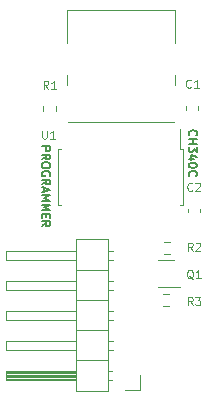
<source format=gbr>
%TF.GenerationSoftware,KiCad,Pcbnew,(6.0.1-0)*%
%TF.CreationDate,2022-02-08T22:41:07+01:00*%
%TF.ProjectId,muVox_programmer,6d75566f-785f-4707-926f-6772616d6d65,rev?*%
%TF.SameCoordinates,Original*%
%TF.FileFunction,Legend,Top*%
%TF.FilePolarity,Positive*%
%FSLAX46Y46*%
G04 Gerber Fmt 4.6, Leading zero omitted, Abs format (unit mm)*
G04 Created by KiCad (PCBNEW (6.0.1-0)) date 2022-02-08 22:41:07*
%MOMM*%
%LPD*%
G01*
G04 APERTURE LIST*
%ADD10C,0.150000*%
%ADD11C,0.175000*%
%ADD12C,0.100000*%
%ADD13C,0.120000*%
G04 APERTURE END LIST*
D10*
X143514000Y-58444000D02*
X143480666Y-58410666D01*
X143447333Y-58310666D01*
X143447333Y-58244000D01*
X143480666Y-58144000D01*
X143547333Y-58077333D01*
X143614000Y-58044000D01*
X143747333Y-58010666D01*
X143847333Y-58010666D01*
X143980666Y-58044000D01*
X144047333Y-58077333D01*
X144114000Y-58144000D01*
X144147333Y-58244000D01*
X144147333Y-58310666D01*
X144114000Y-58410666D01*
X144080666Y-58444000D01*
X143447333Y-58744000D02*
X144147333Y-58744000D01*
X143814000Y-58744000D02*
X143814000Y-59144000D01*
X143447333Y-59144000D02*
X144147333Y-59144000D01*
X144147333Y-59410666D02*
X144147333Y-59844000D01*
X143880666Y-59610666D01*
X143880666Y-59710666D01*
X143847333Y-59777333D01*
X143814000Y-59810666D01*
X143747333Y-59844000D01*
X143580666Y-59844000D01*
X143514000Y-59810666D01*
X143480666Y-59777333D01*
X143447333Y-59710666D01*
X143447333Y-59510666D01*
X143480666Y-59444000D01*
X143514000Y-59410666D01*
X143914000Y-60444000D02*
X143447333Y-60444000D01*
X144180666Y-60277333D02*
X143680666Y-60110666D01*
X143680666Y-60544000D01*
X144147333Y-60944000D02*
X144147333Y-61010666D01*
X144114000Y-61077333D01*
X144080666Y-61110666D01*
X144014000Y-61144000D01*
X143880666Y-61177333D01*
X143714000Y-61177333D01*
X143580666Y-61144000D01*
X143514000Y-61110666D01*
X143480666Y-61077333D01*
X143447333Y-61010666D01*
X143447333Y-60944000D01*
X143480666Y-60877333D01*
X143514000Y-60844000D01*
X143580666Y-60810666D01*
X143714000Y-60777333D01*
X143880666Y-60777333D01*
X144014000Y-60810666D01*
X144080666Y-60844000D01*
X144114000Y-60877333D01*
X144147333Y-60944000D01*
X143514000Y-61877333D02*
X143480666Y-61844000D01*
X143447333Y-61744000D01*
X143447333Y-61677333D01*
X143480666Y-61577333D01*
X143547333Y-61510666D01*
X143614000Y-61477333D01*
X143747333Y-61444000D01*
X143847333Y-61444000D01*
X143980666Y-61477333D01*
X144047333Y-61510666D01*
X144114000Y-61577333D01*
X144147333Y-61677333D01*
X144147333Y-61744000D01*
X144114000Y-61844000D01*
X144080666Y-61877333D01*
D11*
X131001333Y-59371333D02*
X131701333Y-59371333D01*
X131701333Y-59638000D01*
X131668000Y-59704666D01*
X131634666Y-59738000D01*
X131568000Y-59771333D01*
X131468000Y-59771333D01*
X131401333Y-59738000D01*
X131368000Y-59704666D01*
X131334666Y-59638000D01*
X131334666Y-59371333D01*
X131001333Y-60471333D02*
X131334666Y-60238000D01*
X131001333Y-60071333D02*
X131701333Y-60071333D01*
X131701333Y-60338000D01*
X131668000Y-60404666D01*
X131634666Y-60438000D01*
X131568000Y-60471333D01*
X131468000Y-60471333D01*
X131401333Y-60438000D01*
X131368000Y-60404666D01*
X131334666Y-60338000D01*
X131334666Y-60071333D01*
X131701333Y-60904666D02*
X131701333Y-61038000D01*
X131668000Y-61104666D01*
X131601333Y-61171333D01*
X131468000Y-61204666D01*
X131234666Y-61204666D01*
X131101333Y-61171333D01*
X131034666Y-61104666D01*
X131001333Y-61038000D01*
X131001333Y-60904666D01*
X131034666Y-60838000D01*
X131101333Y-60771333D01*
X131234666Y-60738000D01*
X131468000Y-60738000D01*
X131601333Y-60771333D01*
X131668000Y-60838000D01*
X131701333Y-60904666D01*
X131668000Y-61871333D02*
X131701333Y-61804666D01*
X131701333Y-61704666D01*
X131668000Y-61604666D01*
X131601333Y-61538000D01*
X131534666Y-61504666D01*
X131401333Y-61471333D01*
X131301333Y-61471333D01*
X131168000Y-61504666D01*
X131101333Y-61538000D01*
X131034666Y-61604666D01*
X131001333Y-61704666D01*
X131001333Y-61771333D01*
X131034666Y-61871333D01*
X131068000Y-61904666D01*
X131301333Y-61904666D01*
X131301333Y-61771333D01*
X131001333Y-62604666D02*
X131334666Y-62371333D01*
X131001333Y-62204666D02*
X131701333Y-62204666D01*
X131701333Y-62471333D01*
X131668000Y-62538000D01*
X131634666Y-62571333D01*
X131568000Y-62604666D01*
X131468000Y-62604666D01*
X131401333Y-62571333D01*
X131368000Y-62538000D01*
X131334666Y-62471333D01*
X131334666Y-62204666D01*
X131201333Y-62871333D02*
X131201333Y-63204666D01*
X131001333Y-62804666D02*
X131701333Y-63038000D01*
X131001333Y-63271333D01*
X131001333Y-63504666D02*
X131701333Y-63504666D01*
X131201333Y-63738000D01*
X131701333Y-63971333D01*
X131001333Y-63971333D01*
X131001333Y-64304666D02*
X131701333Y-64304666D01*
X131201333Y-64538000D01*
X131701333Y-64771333D01*
X131001333Y-64771333D01*
X131368000Y-65104666D02*
X131368000Y-65338000D01*
X131001333Y-65438000D02*
X131001333Y-65104666D01*
X131701333Y-65104666D01*
X131701333Y-65438000D01*
X131001333Y-66138000D02*
X131334666Y-65904666D01*
X131001333Y-65738000D02*
X131701333Y-65738000D01*
X131701333Y-66004666D01*
X131668000Y-66071333D01*
X131634666Y-66104666D01*
X131568000Y-66138000D01*
X131468000Y-66138000D01*
X131401333Y-66104666D01*
X131368000Y-66071333D01*
X131334666Y-66004666D01*
X131334666Y-65738000D01*
D12*
%TO.C,U1*%
X131038666Y-58036666D02*
X131038666Y-58603333D01*
X131072000Y-58670000D01*
X131105333Y-58703333D01*
X131172000Y-58736666D01*
X131305333Y-58736666D01*
X131372000Y-58703333D01*
X131405333Y-58670000D01*
X131438666Y-58603333D01*
X131438666Y-58036666D01*
X132138666Y-58736666D02*
X131738666Y-58736666D01*
X131938666Y-58736666D02*
X131938666Y-58036666D01*
X131872000Y-58136666D01*
X131805333Y-58203333D01*
X131738666Y-58236666D01*
%TO.C,Q1*%
X143824333Y-70614333D02*
X143757666Y-70581000D01*
X143691000Y-70514333D01*
X143591000Y-70414333D01*
X143524333Y-70381000D01*
X143457666Y-70381000D01*
X143491000Y-70547666D02*
X143424333Y-70514333D01*
X143357666Y-70447666D01*
X143324333Y-70314333D01*
X143324333Y-70081000D01*
X143357666Y-69947666D01*
X143424333Y-69881000D01*
X143491000Y-69847666D01*
X143624333Y-69847666D01*
X143691000Y-69881000D01*
X143757666Y-69947666D01*
X143791000Y-70081000D01*
X143791000Y-70314333D01*
X143757666Y-70447666D01*
X143691000Y-70514333D01*
X143624333Y-70547666D01*
X143491000Y-70547666D01*
X144457666Y-70547666D02*
X144057666Y-70547666D01*
X144257666Y-70547666D02*
X144257666Y-69847666D01*
X144191000Y-69947666D01*
X144124333Y-70014333D01*
X144057666Y-70047666D01*
%TO.C,C2*%
X143748933Y-63089600D02*
X143715600Y-63122933D01*
X143615600Y-63156266D01*
X143548933Y-63156266D01*
X143448933Y-63122933D01*
X143382266Y-63056266D01*
X143348933Y-62989600D01*
X143315600Y-62856266D01*
X143315600Y-62756266D01*
X143348933Y-62622933D01*
X143382266Y-62556266D01*
X143448933Y-62489600D01*
X143548933Y-62456266D01*
X143615600Y-62456266D01*
X143715600Y-62489600D01*
X143748933Y-62522933D01*
X144015600Y-62522933D02*
X144048933Y-62489600D01*
X144115600Y-62456266D01*
X144282266Y-62456266D01*
X144348933Y-62489600D01*
X144382266Y-62522933D01*
X144415600Y-62589600D01*
X144415600Y-62656266D01*
X144382266Y-62756266D01*
X143982266Y-63156266D01*
X144415600Y-63156266D01*
%TO.C,R1*%
X131556933Y-54520266D02*
X131323600Y-54186933D01*
X131156933Y-54520266D02*
X131156933Y-53820266D01*
X131423600Y-53820266D01*
X131490266Y-53853600D01*
X131523600Y-53886933D01*
X131556933Y-53953600D01*
X131556933Y-54053600D01*
X131523600Y-54120266D01*
X131490266Y-54153600D01*
X131423600Y-54186933D01*
X131156933Y-54186933D01*
X132223600Y-54520266D02*
X131823600Y-54520266D01*
X132023600Y-54520266D02*
X132023600Y-53820266D01*
X131956933Y-53920266D01*
X131890266Y-53986933D01*
X131823600Y-54020266D01*
%TO.C,C1*%
X143647333Y-54352000D02*
X143614000Y-54385333D01*
X143514000Y-54418666D01*
X143447333Y-54418666D01*
X143347333Y-54385333D01*
X143280666Y-54318666D01*
X143247333Y-54252000D01*
X143214000Y-54118666D01*
X143214000Y-54018666D01*
X143247333Y-53885333D01*
X143280666Y-53818666D01*
X143347333Y-53752000D01*
X143447333Y-53718666D01*
X143514000Y-53718666D01*
X143614000Y-53752000D01*
X143647333Y-53785333D01*
X144314000Y-54418666D02*
X143914000Y-54418666D01*
X144114000Y-54418666D02*
X144114000Y-53718666D01*
X144047333Y-53818666D01*
X143980666Y-53885333D01*
X143914000Y-53918666D01*
%TO.C,R2*%
X143774333Y-68236266D02*
X143541000Y-67902933D01*
X143374333Y-68236266D02*
X143374333Y-67536266D01*
X143641000Y-67536266D01*
X143707666Y-67569600D01*
X143741000Y-67602933D01*
X143774333Y-67669600D01*
X143774333Y-67769600D01*
X143741000Y-67836266D01*
X143707666Y-67869600D01*
X143641000Y-67902933D01*
X143374333Y-67902933D01*
X144041000Y-67602933D02*
X144074333Y-67569600D01*
X144141000Y-67536266D01*
X144307666Y-67536266D01*
X144374333Y-67569600D01*
X144407666Y-67602933D01*
X144441000Y-67669600D01*
X144441000Y-67736266D01*
X144407666Y-67836266D01*
X144007666Y-68236266D01*
X144441000Y-68236266D01*
%TO.C,R3*%
X143774333Y-72833666D02*
X143541000Y-72500333D01*
X143374333Y-72833666D02*
X143374333Y-72133666D01*
X143641000Y-72133666D01*
X143707666Y-72167000D01*
X143741000Y-72200333D01*
X143774333Y-72267000D01*
X143774333Y-72367000D01*
X143741000Y-72433666D01*
X143707666Y-72467000D01*
X143641000Y-72500333D01*
X143374333Y-72500333D01*
X144007666Y-72133666D02*
X144441000Y-72133666D01*
X144207666Y-72400333D01*
X144307666Y-72400333D01*
X144374333Y-72433666D01*
X144407666Y-72467000D01*
X144441000Y-72533666D01*
X144441000Y-72700333D01*
X144407666Y-72767000D01*
X144374333Y-72800333D01*
X144307666Y-72833666D01*
X144107666Y-72833666D01*
X144041000Y-72800333D01*
X144007666Y-72767000D01*
D13*
%TO.C,U1*%
X132408000Y-64361000D02*
X132663000Y-64361000D01*
X142673000Y-59591000D02*
X142673000Y-57926000D01*
X132408000Y-61976000D02*
X132408000Y-64361000D01*
X132408000Y-61976000D02*
X132408000Y-59591000D01*
X132408000Y-59591000D02*
X132663000Y-59591000D01*
X142928000Y-59591000D02*
X142673000Y-59591000D01*
X142928000Y-64361000D02*
X142673000Y-64361000D01*
X142928000Y-61976000D02*
X142928000Y-64361000D01*
X142928000Y-61976000D02*
X142928000Y-59591000D01*
%TO.C,J1*%
X142177000Y-57283000D02*
X133227000Y-57283000D01*
X142297000Y-50603000D02*
X142297000Y-47873000D01*
X142297000Y-54203000D02*
X142297000Y-53303000D01*
X133107000Y-54203000D02*
X133107000Y-53303000D01*
X142297000Y-47873000D02*
X133107000Y-47873000D01*
X133107000Y-50603000D02*
X133107000Y-47873000D01*
%TO.C,Q1*%
X140842000Y-71314800D02*
X142742000Y-71314800D01*
X142242000Y-68994800D02*
X140842000Y-68994800D01*
%TO.C,J2*%
X133949000Y-78460000D02*
X127949000Y-78460000D01*
X127949000Y-68960000D02*
X127949000Y-68200000D01*
X127949000Y-70740000D02*
X133949000Y-70740000D01*
X133949000Y-78580000D02*
X127949000Y-78580000D01*
X133949000Y-80070000D02*
X136609000Y-80070000D01*
X133949000Y-74040000D02*
X127949000Y-74040000D01*
X137006071Y-76580000D02*
X136609000Y-76580000D01*
X133949000Y-67250000D02*
X133949000Y-80070000D01*
X127949000Y-71500000D02*
X127949000Y-70740000D01*
X136609000Y-80070000D02*
X136609000Y-67250000D01*
X137006071Y-71500000D02*
X136609000Y-71500000D01*
X133949000Y-78820000D02*
X127949000Y-78820000D01*
X137006071Y-74040000D02*
X136609000Y-74040000D01*
X133949000Y-79120000D02*
X127949000Y-79120000D01*
X139319000Y-78740000D02*
X139319000Y-80010000D01*
X137006071Y-73280000D02*
X136609000Y-73280000D01*
X137006071Y-70740000D02*
X136609000Y-70740000D01*
X136609000Y-74930000D02*
X133949000Y-74930000D01*
X127949000Y-73280000D02*
X133949000Y-73280000D01*
X127949000Y-79120000D02*
X127949000Y-78360000D01*
X133949000Y-71500000D02*
X127949000Y-71500000D01*
X137006071Y-68200000D02*
X136609000Y-68200000D01*
X137006071Y-75820000D02*
X136609000Y-75820000D01*
X136609000Y-69850000D02*
X133949000Y-69850000D01*
X127949000Y-75820000D02*
X133949000Y-75820000D01*
X137006071Y-68960000D02*
X136609000Y-68960000D01*
X136609000Y-67250000D02*
X133949000Y-67250000D01*
X136939000Y-78360000D02*
X136609000Y-78360000D01*
X136609000Y-77470000D02*
X133949000Y-77470000D01*
X133949000Y-78940000D02*
X127949000Y-78940000D01*
X127949000Y-74040000D02*
X127949000Y-73280000D01*
X133949000Y-76580000D02*
X127949000Y-76580000D01*
X127949000Y-78360000D02*
X133949000Y-78360000D01*
X133949000Y-68960000D02*
X127949000Y-68960000D01*
X139319000Y-80010000D02*
X138049000Y-80010000D01*
X127949000Y-68200000D02*
X133949000Y-68200000D01*
X133949000Y-78700000D02*
X127949000Y-78700000D01*
X133949000Y-79060000D02*
X127949000Y-79060000D01*
X136939000Y-79120000D02*
X136609000Y-79120000D01*
X127949000Y-76580000D02*
X127949000Y-75820000D01*
X136609000Y-72390000D02*
X133949000Y-72390000D01*
%TO.C,C2*%
X143355600Y-64961380D02*
X143355600Y-64680220D01*
X144375600Y-64961380D02*
X144375600Y-64680220D01*
%TO.C,R1*%
X131151100Y-56422058D02*
X131151100Y-55947542D01*
X132196100Y-56422058D02*
X132196100Y-55947542D01*
%TO.C,C1*%
X144274000Y-56261580D02*
X144274000Y-55980420D01*
X143254000Y-56261580D02*
X143254000Y-55980420D01*
%TO.C,R2*%
X141830058Y-67447900D02*
X141355542Y-67447900D01*
X141830058Y-68492900D02*
X141355542Y-68492900D01*
%TO.C,R3*%
X141304742Y-71867500D02*
X141779258Y-71867500D01*
X141304742Y-72912500D02*
X141779258Y-72912500D01*
%TD*%
M02*

</source>
